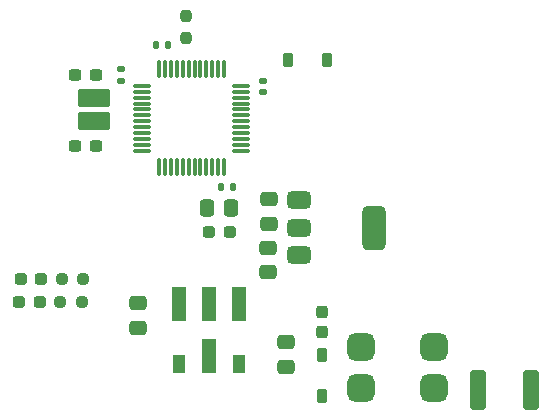
<source format=gbr>
%TF.GenerationSoftware,KiCad,Pcbnew,9.0.4*%
%TF.CreationDate,2025-10-16T14:37:17+03:00*%
%TF.ProjectId,ECAD_main,45434144-5f6d-4616-996e-2e6b69636164,rev?*%
%TF.SameCoordinates,Original*%
%TF.FileFunction,Paste,Top*%
%TF.FilePolarity,Positive*%
%FSLAX46Y46*%
G04 Gerber Fmt 4.6, Leading zero omitted, Abs format (unit mm)*
G04 Created by KiCad (PCBNEW 9.0.4) date 2025-10-16 14:37:17*
%MOMM*%
%LPD*%
G01*
G04 APERTURE LIST*
G04 Aperture macros list*
%AMRoundRect*
0 Rectangle with rounded corners*
0 $1 Rounding radius*
0 $2 $3 $4 $5 $6 $7 $8 $9 X,Y pos of 4 corners*
0 Add a 4 corners polygon primitive as box body*
4,1,4,$2,$3,$4,$5,$6,$7,$8,$9,$2,$3,0*
0 Add four circle primitives for the rounded corners*
1,1,$1+$1,$2,$3*
1,1,$1+$1,$4,$5*
1,1,$1+$1,$6,$7*
1,1,$1+$1,$8,$9*
0 Add four rect primitives between the rounded corners*
20,1,$1+$1,$2,$3,$4,$5,0*
20,1,$1+$1,$4,$5,$6,$7,0*
20,1,$1+$1,$6,$7,$8,$9,0*
20,1,$1+$1,$8,$9,$2,$3,0*%
G04 Aperture macros list end*
%ADD10RoundRect,0.237500X-0.287500X-0.237500X0.287500X-0.237500X0.287500X0.237500X-0.287500X0.237500X0*%
%ADD11RoundRect,0.225000X-0.225000X-0.375000X0.225000X-0.375000X0.225000X0.375000X-0.225000X0.375000X0*%
%ADD12RoundRect,0.140000X-0.170000X0.140000X-0.170000X-0.140000X0.170000X-0.140000X0.170000X0.140000X0*%
%ADD13RoundRect,0.237500X-0.300000X-0.237500X0.300000X-0.237500X0.300000X0.237500X-0.300000X0.237500X0*%
%ADD14RoundRect,0.575000X-0.575000X-0.575000X0.575000X-0.575000X0.575000X0.575000X-0.575000X0.575000X0*%
%ADD15RoundRect,0.140000X0.170000X-0.140000X0.170000X0.140000X-0.170000X0.140000X-0.170000X-0.140000X0*%
%ADD16RoundRect,0.237500X-0.250000X-0.237500X0.250000X-0.237500X0.250000X0.237500X-0.250000X0.237500X0*%
%ADD17RoundRect,0.250000X-0.475000X0.337500X-0.475000X-0.337500X0.475000X-0.337500X0.475000X0.337500X0*%
%ADD18RoundRect,0.140000X0.140000X0.170000X-0.140000X0.170000X-0.140000X-0.170000X0.140000X-0.170000X0*%
%ADD19RoundRect,0.140000X-0.140000X-0.170000X0.140000X-0.170000X0.140000X0.170000X-0.140000X0.170000X0*%
%ADD20RoundRect,0.250000X0.337500X0.475000X-0.337500X0.475000X-0.337500X-0.475000X0.337500X-0.475000X0*%
%ADD21RoundRect,0.080000X-0.320000X0.480000X-0.320000X-0.480000X0.320000X-0.480000X0.320000X0.480000X0*%
%ADD22RoundRect,0.250000X0.400000X1.450000X-0.400000X1.450000X-0.400000X-1.450000X0.400000X-1.450000X0*%
%ADD23RoundRect,0.250000X0.475000X-0.337500X0.475000X0.337500X-0.475000X0.337500X-0.475000X-0.337500X0*%
%ADD24R,1.250000X2.870000*%
%ADD25R,1.050000X1.580000*%
%ADD26RoundRect,0.150000X-1.200000X0.600000X-1.200000X-0.600000X1.200000X-0.600000X1.200000X0.600000X0*%
%ADD27RoundRect,0.237500X-0.237500X0.250000X-0.237500X-0.250000X0.237500X-0.250000X0.237500X0.250000X0*%
%ADD28RoundRect,0.075000X-0.662500X-0.075000X0.662500X-0.075000X0.662500X0.075000X-0.662500X0.075000X0*%
%ADD29RoundRect,0.075000X-0.075000X-0.662500X0.075000X-0.662500X0.075000X0.662500X-0.075000X0.662500X0*%
%ADD30RoundRect,0.375000X-0.625000X-0.375000X0.625000X-0.375000X0.625000X0.375000X-0.625000X0.375000X0*%
%ADD31RoundRect,0.500000X-0.500000X-1.400000X0.500000X-1.400000X0.500000X1.400000X-0.500000X1.400000X0*%
%ADD32RoundRect,0.237500X-0.237500X0.287500X-0.237500X-0.287500X0.237500X-0.287500X0.237500X0.287500X0*%
G04 APERTURE END LIST*
D10*
%TO.C,D2*%
X13787500Y-47587500D03*
X15537500Y-47587500D03*
%TD*%
%TO.C,FB1*%
X29712500Y-43587500D03*
X31462500Y-43587500D03*
%TD*%
D11*
%TO.C,D1*%
X36437500Y-29087500D03*
X39737500Y-29087500D03*
%TD*%
D12*
%TO.C,C6*%
X22250000Y-29857500D03*
X22250000Y-30817500D03*
%TD*%
D13*
%TO.C,C9*%
X18387500Y-36337500D03*
X20112500Y-36337500D03*
%TD*%
D14*
%TO.C,FL1*%
X48800000Y-56850000D03*
X42600000Y-56850000D03*
X48800000Y-53350000D03*
X42600000Y-53350000D03*
%TD*%
D15*
%TO.C,C4*%
X34250000Y-31817500D03*
X34250000Y-30857500D03*
%TD*%
D16*
%TO.C,R2*%
X17250000Y-47587500D03*
X19075000Y-47587500D03*
%TD*%
D17*
%TO.C,C12*%
X23750000Y-49675000D03*
X23750000Y-51750000D03*
%TD*%
D10*
%TO.C,D3*%
X13662500Y-49587500D03*
X15412500Y-49587500D03*
%TD*%
D18*
%TO.C,C5*%
X26230000Y-27837500D03*
X25270000Y-27837500D03*
%TD*%
D19*
%TO.C,C3*%
X30770000Y-39837500D03*
X31730000Y-39837500D03*
%TD*%
D20*
%TO.C,C1*%
X31625000Y-41587500D03*
X29550000Y-41587500D03*
%TD*%
D21*
%TO.C,D4*%
X39250000Y-54020000D03*
X39250000Y-57480000D03*
%TD*%
D22*
%TO.C,F2*%
X56975000Y-57000000D03*
X52525000Y-57000000D03*
%TD*%
D23*
%TO.C,C14*%
X34750000Y-47037500D03*
X34750000Y-44962500D03*
%TD*%
%TO.C,C13*%
X34800000Y-42952500D03*
X34800000Y-40877500D03*
%TD*%
D24*
%TO.C,D9*%
X32281330Y-49712500D03*
X29741330Y-49712500D03*
X27201330Y-49712500D03*
D25*
X27201330Y-54787500D03*
D24*
X29741330Y-54142500D03*
D25*
X32281330Y-54787500D03*
%TD*%
D13*
%TO.C,C8*%
X18387500Y-30337500D03*
X20112500Y-30337500D03*
%TD*%
D23*
%TO.C,C15*%
X36250000Y-55037500D03*
X36250000Y-52962500D03*
%TD*%
D26*
%TO.C,Y1*%
X20000000Y-34200000D03*
X20000000Y-32300000D03*
%TD*%
D16*
%TO.C,R3*%
X17125000Y-49587500D03*
X18950000Y-49587500D03*
%TD*%
D27*
%TO.C,R1*%
X27750000Y-25337500D03*
X27750000Y-27162500D03*
%TD*%
D28*
%TO.C,U1*%
X24087500Y-31250000D03*
X24087500Y-31750000D03*
X24087500Y-32250000D03*
X24087500Y-32750000D03*
X24087500Y-33250000D03*
X24087500Y-33750000D03*
X24087500Y-34250000D03*
X24087500Y-34750000D03*
X24087500Y-35250000D03*
X24087500Y-35750000D03*
X24087500Y-36250000D03*
X24087500Y-36750000D03*
D29*
X25500000Y-38162500D03*
X26000000Y-38162500D03*
X26500000Y-38162500D03*
X27000000Y-38162500D03*
X27500000Y-38162500D03*
X28000000Y-38162500D03*
X28500000Y-38162500D03*
X29000000Y-38162500D03*
X29500000Y-38162500D03*
X30000000Y-38162500D03*
X30500000Y-38162500D03*
X31000000Y-38162500D03*
D28*
X32412500Y-36750000D03*
X32412500Y-36250000D03*
X32412500Y-35750000D03*
X32412500Y-35250000D03*
X32412500Y-34750000D03*
X32412500Y-34250000D03*
X32412500Y-33750000D03*
X32412500Y-33250000D03*
X32412500Y-32750000D03*
X32412500Y-32250000D03*
X32412500Y-31750000D03*
X32412500Y-31250000D03*
D29*
X31000000Y-29837500D03*
X30500000Y-29837500D03*
X30000000Y-29837500D03*
X29500000Y-29837500D03*
X29000000Y-29837500D03*
X28500000Y-29837500D03*
X28000000Y-29837500D03*
X27500000Y-29837500D03*
X27000000Y-29837500D03*
X26500000Y-29837500D03*
X26000000Y-29837500D03*
X25500000Y-29837500D03*
%TD*%
D30*
%TO.C,U2*%
X37350000Y-40950000D03*
X37350000Y-43250000D03*
D31*
X43650000Y-43250000D03*
D30*
X37350000Y-45550000D03*
%TD*%
D32*
%TO.C,D8*%
X39250000Y-50375000D03*
X39250000Y-52125000D03*
%TD*%
M02*

</source>
